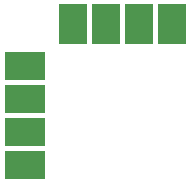
<source format=gbr>
G04 #@! TF.GenerationSoftware,KiCad,Pcbnew,(5.0.0)*
G04 #@! TF.CreationDate,2019-11-03T02:48:07+01:00*
G04 #@! TF.ProjectId,baum4,6261756D342E6B696361645F70636200,rev?*
G04 #@! TF.SameCoordinates,Original*
G04 #@! TF.FileFunction,Soldermask,Top*
G04 #@! TF.FilePolarity,Negative*
%FSLAX46Y46*%
G04 Gerber Fmt 4.6, Leading zero omitted, Abs format (unit mm)*
G04 Created by KiCad (PCBNEW (5.0.0)) date 11/03/19 02:48:07*
%MOMM*%
%LPD*%
G01*
G04 APERTURE LIST*
%ADD10R,3.400000X2.400000*%
%ADD11R,2.400000X3.400000*%
G04 APERTURE END LIST*
D10*
G04 #@! TO.C,J1*
X55245000Y-50050000D03*
X55245000Y-47250000D03*
X55245000Y-44450000D03*
X55245000Y-41650000D03*
G04 #@! TD*
D11*
G04 #@! TO.C,J2*
X67700000Y-38100000D03*
X64900000Y-38100000D03*
X62100000Y-38100000D03*
X59300000Y-38100000D03*
G04 #@! TD*
M02*

</source>
